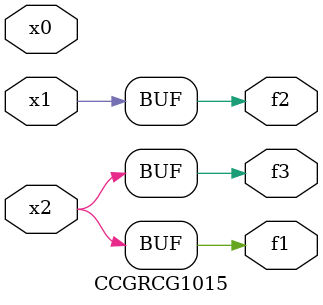
<source format=v>
module CCGRCG1015(
	input x0, x1, x2,
	output f1, f2, f3
);
	assign f1 = x2;
	assign f2 = x1;
	assign f3 = x2;
endmodule

</source>
